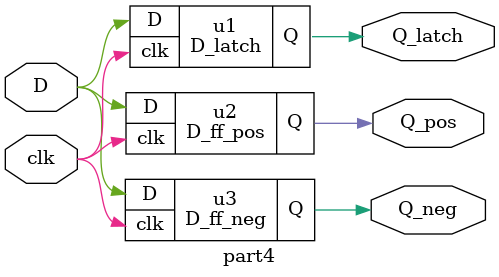
<source format=v>
module D_latch (
    input D,
    input clk,
    output reg Q
);
    always @(*) begin
        if (clk) Q = D;   // khi clk=1 → truyền thẳng
        // khi clk=0 → giữ Q (ko gán, tức là giữ nguyên)
    end
endmodule


// =============================
// 2. D Flip-Flop posedge
// =============================
module D_ff_pos (
    input D,
    input clk,
    output reg Q
);
    always @(posedge clk) begin
        Q <= D;   // chốt tại cạnh lên
    end
endmodule


// =============================
// 3. D Flip-Flop negedge
// =============================
module D_ff_neg (
    input D,
    input clk,
    output reg Q
);
    always @(negedge clk) begin
        Q <= D;   // chốt tại cạnh xuống
    end
endmodule


// =============================
// Top module gom 3 DFF
// =============================
module part4 (
    input  D,
    input  clk,
    output Q_latch,    // latch level
    output Q_pos,      // FF posedge
    output Q_neg       // FF negedge
);

    D_latch u1 (
        .D(D),
        .clk(clk),
        .Q(Q_latch)
    );

    D_ff_pos u2 (
        .D(D),
        .clk(clk),
        .Q(Q_pos)
    );

    D_ff_neg u3 (
        .D(D),
        .clk(clk),
        .Q(Q_neg)
    );

endmodule

</source>
